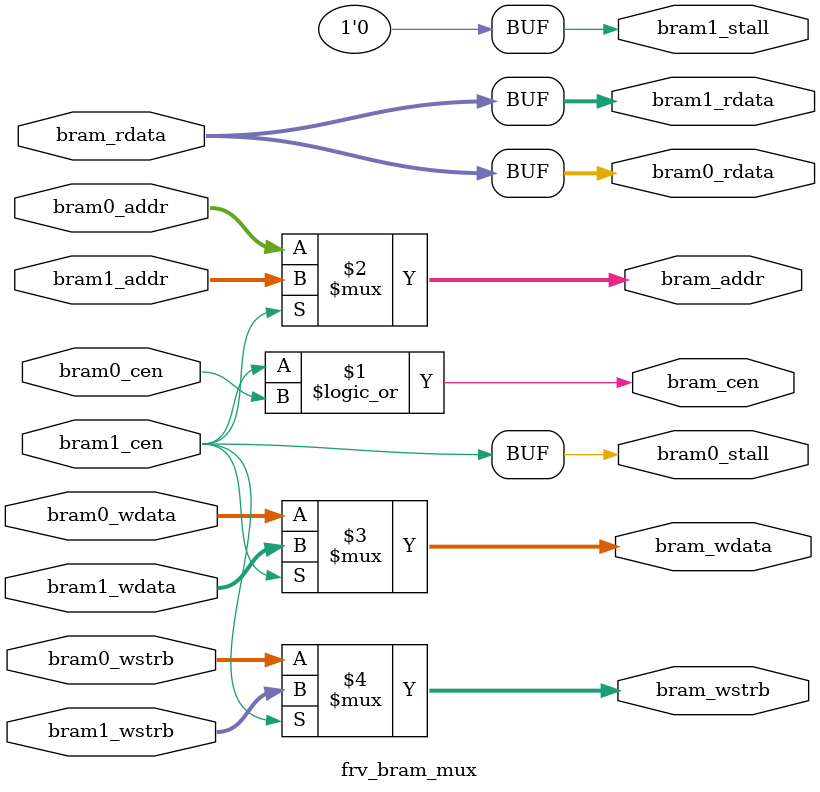
<source format=sv>

module frv_bram_mux(
output wire         bram_cen        ,
output wire  [31:0] bram_addr       ,
output wire  [31:0] bram_wdata      ,
output wire  [ 3:0] bram_wstrb      ,
input  wire  [31:0] bram_rdata      ,

input  wire         bram0_cen       ,
input  wire  [31:0] bram0_addr      ,
input  wire  [31:0] bram0_wdata     ,
input  wire  [ 3:0] bram0_wstrb     ,
output wire         bram0_stall     ,
output wire  [31:0] bram0_rdata     ,

input  wire         bram1_cen       ,
input  wire  [31:0] bram1_addr      ,
input  wire  [31:0] bram1_wdata     ,
input  wire  [ 3:0] bram1_wstrb     ,
output wire         bram1_stall     ,
output wire  [31:0] bram1_rdata

);

assign bram_cen     = bram1_cen || bram0_cen;
assign bram_addr    = bram1_cen ? bram1_addr  : bram0_addr ;
assign bram_wdata   = bram1_cen ? bram1_wdata : bram0_wdata;
assign bram_wstrb   = bram1_cen ? bram1_wstrb : bram0_wstrb;

assign bram0_rdata  = bram_rdata;
assign bram1_rdata  = bram_rdata;

assign bram0_stall  = bram1_cen;
assign bram1_stall  = 1'b0;

endmodule


</source>
